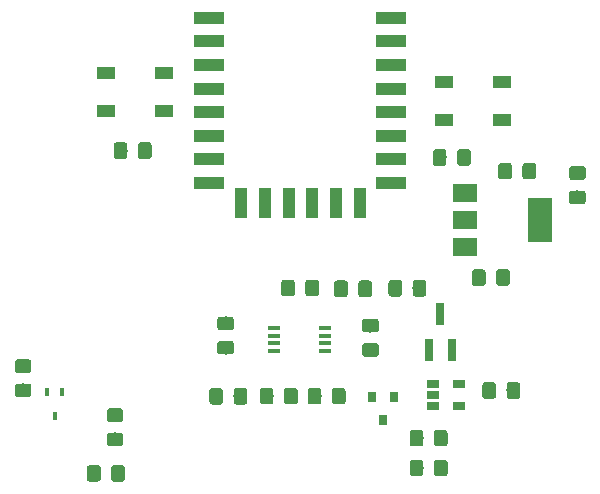
<source format=gbr>
G04 #@! TF.GenerationSoftware,KiCad,Pcbnew,5.0.2-bee76a0~70~ubuntu18.04.1*
G04 #@! TF.CreationDate,2019-03-30T14:25:07+01:00*
G04 #@! TF.ProjectId,jarwis,6a617277-6973-42e6-9b69-6361645f7063,rev?*
G04 #@! TF.SameCoordinates,Original*
G04 #@! TF.FileFunction,Paste,Bot*
G04 #@! TF.FilePolarity,Positive*
%FSLAX46Y46*%
G04 Gerber Fmt 4.6, Leading zero omitted, Abs format (unit mm)*
G04 Created by KiCad (PCBNEW 5.0.2-bee76a0~70~ubuntu18.04.1) date sáb 30 mar 2019 14:25:07 CET*
%MOMM*%
%LPD*%
G01*
G04 APERTURE LIST*
%ADD10C,0.100000*%
%ADD11C,1.150000*%
%ADD12R,1.500000X1.000000*%
%ADD13R,0.450000X0.700000*%
%ADD14R,0.800000X0.900000*%
%ADD15R,0.800000X1.900000*%
%ADD16R,2.000000X3.800000*%
%ADD17R,2.000000X1.500000*%
%ADD18R,1.060000X0.650000*%
%ADD19R,2.500000X1.100000*%
%ADD20R,1.100000X2.500000*%
%ADD21R,1.100000X0.400000*%
G04 APERTURE END LIST*
D10*
G04 #@! TO.C,C101*
G36*
X166190025Y-84431844D02*
X166214293Y-84435444D01*
X166238092Y-84441405D01*
X166261191Y-84449670D01*
X166283370Y-84460160D01*
X166304413Y-84472772D01*
X166324119Y-84487387D01*
X166342297Y-84503863D01*
X166358773Y-84522041D01*
X166373388Y-84541747D01*
X166386000Y-84562790D01*
X166396490Y-84584969D01*
X166404755Y-84608068D01*
X166410716Y-84631867D01*
X166414316Y-84656135D01*
X166415520Y-84680639D01*
X166415520Y-85580641D01*
X166414316Y-85605145D01*
X166410716Y-85629413D01*
X166404755Y-85653212D01*
X166396490Y-85676311D01*
X166386000Y-85698490D01*
X166373388Y-85719533D01*
X166358773Y-85739239D01*
X166342297Y-85757417D01*
X166324119Y-85773893D01*
X166304413Y-85788508D01*
X166283370Y-85801120D01*
X166261191Y-85811610D01*
X166238092Y-85819875D01*
X166214293Y-85825836D01*
X166190025Y-85829436D01*
X166165521Y-85830640D01*
X165515519Y-85830640D01*
X165491015Y-85829436D01*
X165466747Y-85825836D01*
X165442948Y-85819875D01*
X165419849Y-85811610D01*
X165397670Y-85801120D01*
X165376627Y-85788508D01*
X165356921Y-85773893D01*
X165338743Y-85757417D01*
X165322267Y-85739239D01*
X165307652Y-85719533D01*
X165295040Y-85698490D01*
X165284550Y-85676311D01*
X165276285Y-85653212D01*
X165270324Y-85629413D01*
X165266724Y-85605145D01*
X165265520Y-85580641D01*
X165265520Y-84680639D01*
X165266724Y-84656135D01*
X165270324Y-84631867D01*
X165276285Y-84608068D01*
X165284550Y-84584969D01*
X165295040Y-84562790D01*
X165307652Y-84541747D01*
X165322267Y-84522041D01*
X165338743Y-84503863D01*
X165356921Y-84487387D01*
X165376627Y-84472772D01*
X165397670Y-84460160D01*
X165419849Y-84449670D01*
X165442948Y-84441405D01*
X165466747Y-84435444D01*
X165491015Y-84431844D01*
X165515519Y-84430640D01*
X166165521Y-84430640D01*
X166190025Y-84431844D01*
X166190025Y-84431844D01*
G37*
D11*
X165840520Y-85130640D03*
D10*
G36*
X164140025Y-84431844D02*
X164164293Y-84435444D01*
X164188092Y-84441405D01*
X164211191Y-84449670D01*
X164233370Y-84460160D01*
X164254413Y-84472772D01*
X164274119Y-84487387D01*
X164292297Y-84503863D01*
X164308773Y-84522041D01*
X164323388Y-84541747D01*
X164336000Y-84562790D01*
X164346490Y-84584969D01*
X164354755Y-84608068D01*
X164360716Y-84631867D01*
X164364316Y-84656135D01*
X164365520Y-84680639D01*
X164365520Y-85580641D01*
X164364316Y-85605145D01*
X164360716Y-85629413D01*
X164354755Y-85653212D01*
X164346490Y-85676311D01*
X164336000Y-85698490D01*
X164323388Y-85719533D01*
X164308773Y-85739239D01*
X164292297Y-85757417D01*
X164274119Y-85773893D01*
X164254413Y-85788508D01*
X164233370Y-85801120D01*
X164211191Y-85811610D01*
X164188092Y-85819875D01*
X164164293Y-85825836D01*
X164140025Y-85829436D01*
X164115521Y-85830640D01*
X163465519Y-85830640D01*
X163441015Y-85829436D01*
X163416747Y-85825836D01*
X163392948Y-85819875D01*
X163369849Y-85811610D01*
X163347670Y-85801120D01*
X163326627Y-85788508D01*
X163306921Y-85773893D01*
X163288743Y-85757417D01*
X163272267Y-85739239D01*
X163257652Y-85719533D01*
X163245040Y-85698490D01*
X163234550Y-85676311D01*
X163226285Y-85653212D01*
X163220324Y-85629413D01*
X163216724Y-85605145D01*
X163215520Y-85580641D01*
X163215520Y-84680639D01*
X163216724Y-84656135D01*
X163220324Y-84631867D01*
X163226285Y-84608068D01*
X163234550Y-84584969D01*
X163245040Y-84562790D01*
X163257652Y-84541747D01*
X163272267Y-84522041D01*
X163288743Y-84503863D01*
X163306921Y-84487387D01*
X163326627Y-84472772D01*
X163347670Y-84460160D01*
X163369849Y-84449670D01*
X163392948Y-84441405D01*
X163416747Y-84435444D01*
X163441015Y-84431844D01*
X163465519Y-84430640D01*
X164115521Y-84430640D01*
X164140025Y-84431844D01*
X164140025Y-84431844D01*
G37*
D11*
X163790520Y-85130640D03*
G04 #@! TD*
D10*
G04 #@! TO.C,C102*
G36*
X170395425Y-86770564D02*
X170419693Y-86774164D01*
X170443492Y-86780125D01*
X170466591Y-86788390D01*
X170488770Y-86798880D01*
X170509813Y-86811492D01*
X170529519Y-86826107D01*
X170547697Y-86842583D01*
X170564173Y-86860761D01*
X170578788Y-86880467D01*
X170591400Y-86901510D01*
X170601890Y-86923689D01*
X170610155Y-86946788D01*
X170616116Y-86970587D01*
X170619716Y-86994855D01*
X170620920Y-87019359D01*
X170620920Y-87669361D01*
X170619716Y-87693865D01*
X170616116Y-87718133D01*
X170610155Y-87741932D01*
X170601890Y-87765031D01*
X170591400Y-87787210D01*
X170578788Y-87808253D01*
X170564173Y-87827959D01*
X170547697Y-87846137D01*
X170529519Y-87862613D01*
X170509813Y-87877228D01*
X170488770Y-87889840D01*
X170466591Y-87900330D01*
X170443492Y-87908595D01*
X170419693Y-87914556D01*
X170395425Y-87918156D01*
X170370921Y-87919360D01*
X169470919Y-87919360D01*
X169446415Y-87918156D01*
X169422147Y-87914556D01*
X169398348Y-87908595D01*
X169375249Y-87900330D01*
X169353070Y-87889840D01*
X169332027Y-87877228D01*
X169312321Y-87862613D01*
X169294143Y-87846137D01*
X169277667Y-87827959D01*
X169263052Y-87808253D01*
X169250440Y-87787210D01*
X169239950Y-87765031D01*
X169231685Y-87741932D01*
X169225724Y-87718133D01*
X169222124Y-87693865D01*
X169220920Y-87669361D01*
X169220920Y-87019359D01*
X169222124Y-86994855D01*
X169225724Y-86970587D01*
X169231685Y-86946788D01*
X169239950Y-86923689D01*
X169250440Y-86901510D01*
X169263052Y-86880467D01*
X169277667Y-86860761D01*
X169294143Y-86842583D01*
X169312321Y-86826107D01*
X169332027Y-86811492D01*
X169353070Y-86798880D01*
X169375249Y-86788390D01*
X169398348Y-86780125D01*
X169422147Y-86774164D01*
X169446415Y-86770564D01*
X169470919Y-86769360D01*
X170370921Y-86769360D01*
X170395425Y-86770564D01*
X170395425Y-86770564D01*
G37*
D11*
X169920920Y-87344360D03*
D10*
G36*
X170395425Y-84720564D02*
X170419693Y-84724164D01*
X170443492Y-84730125D01*
X170466591Y-84738390D01*
X170488770Y-84748880D01*
X170509813Y-84761492D01*
X170529519Y-84776107D01*
X170547697Y-84792583D01*
X170564173Y-84810761D01*
X170578788Y-84830467D01*
X170591400Y-84851510D01*
X170601890Y-84873689D01*
X170610155Y-84896788D01*
X170616116Y-84920587D01*
X170619716Y-84944855D01*
X170620920Y-84969359D01*
X170620920Y-85619361D01*
X170619716Y-85643865D01*
X170616116Y-85668133D01*
X170610155Y-85691932D01*
X170601890Y-85715031D01*
X170591400Y-85737210D01*
X170578788Y-85758253D01*
X170564173Y-85777959D01*
X170547697Y-85796137D01*
X170529519Y-85812613D01*
X170509813Y-85827228D01*
X170488770Y-85839840D01*
X170466591Y-85850330D01*
X170443492Y-85858595D01*
X170419693Y-85864556D01*
X170395425Y-85868156D01*
X170370921Y-85869360D01*
X169470919Y-85869360D01*
X169446415Y-85868156D01*
X169422147Y-85864556D01*
X169398348Y-85858595D01*
X169375249Y-85850330D01*
X169353070Y-85839840D01*
X169332027Y-85827228D01*
X169312321Y-85812613D01*
X169294143Y-85796137D01*
X169277667Y-85777959D01*
X169263052Y-85758253D01*
X169250440Y-85737210D01*
X169239950Y-85715031D01*
X169231685Y-85691932D01*
X169225724Y-85668133D01*
X169222124Y-85643865D01*
X169220920Y-85619361D01*
X169220920Y-84969359D01*
X169222124Y-84944855D01*
X169225724Y-84920587D01*
X169231685Y-84896788D01*
X169239950Y-84873689D01*
X169250440Y-84851510D01*
X169263052Y-84830467D01*
X169277667Y-84810761D01*
X169294143Y-84792583D01*
X169312321Y-84776107D01*
X169332027Y-84761492D01*
X169353070Y-84748880D01*
X169375249Y-84738390D01*
X169398348Y-84730125D01*
X169422147Y-84724164D01*
X169446415Y-84720564D01*
X169470919Y-84719360D01*
X170370921Y-84719360D01*
X170395425Y-84720564D01*
X170395425Y-84720564D01*
G37*
D11*
X169920920Y-85294360D03*
G04 #@! TD*
D10*
G04 #@! TO.C,C103*
G36*
X163967525Y-93438684D02*
X163991793Y-93442284D01*
X164015592Y-93448245D01*
X164038691Y-93456510D01*
X164060870Y-93467000D01*
X164081913Y-93479612D01*
X164101619Y-93494227D01*
X164119797Y-93510703D01*
X164136273Y-93528881D01*
X164150888Y-93548587D01*
X164163500Y-93569630D01*
X164173990Y-93591809D01*
X164182255Y-93614908D01*
X164188216Y-93638707D01*
X164191816Y-93662975D01*
X164193020Y-93687479D01*
X164193020Y-94587481D01*
X164191816Y-94611985D01*
X164188216Y-94636253D01*
X164182255Y-94660052D01*
X164173990Y-94683151D01*
X164163500Y-94705330D01*
X164150888Y-94726373D01*
X164136273Y-94746079D01*
X164119797Y-94764257D01*
X164101619Y-94780733D01*
X164081913Y-94795348D01*
X164060870Y-94807960D01*
X164038691Y-94818450D01*
X164015592Y-94826715D01*
X163991793Y-94832676D01*
X163967525Y-94836276D01*
X163943021Y-94837480D01*
X163293019Y-94837480D01*
X163268515Y-94836276D01*
X163244247Y-94832676D01*
X163220448Y-94826715D01*
X163197349Y-94818450D01*
X163175170Y-94807960D01*
X163154127Y-94795348D01*
X163134421Y-94780733D01*
X163116243Y-94764257D01*
X163099767Y-94746079D01*
X163085152Y-94726373D01*
X163072540Y-94705330D01*
X163062050Y-94683151D01*
X163053785Y-94660052D01*
X163047824Y-94636253D01*
X163044224Y-94611985D01*
X163043020Y-94587481D01*
X163043020Y-93687479D01*
X163044224Y-93662975D01*
X163047824Y-93638707D01*
X163053785Y-93614908D01*
X163062050Y-93591809D01*
X163072540Y-93569630D01*
X163085152Y-93548587D01*
X163099767Y-93528881D01*
X163116243Y-93510703D01*
X163134421Y-93494227D01*
X163154127Y-93479612D01*
X163175170Y-93467000D01*
X163197349Y-93456510D01*
X163220448Y-93448245D01*
X163244247Y-93442284D01*
X163268515Y-93438684D01*
X163293019Y-93437480D01*
X163943021Y-93437480D01*
X163967525Y-93438684D01*
X163967525Y-93438684D01*
G37*
D11*
X163618020Y-94137480D03*
D10*
G36*
X161917525Y-93438684D02*
X161941793Y-93442284D01*
X161965592Y-93448245D01*
X161988691Y-93456510D01*
X162010870Y-93467000D01*
X162031913Y-93479612D01*
X162051619Y-93494227D01*
X162069797Y-93510703D01*
X162086273Y-93528881D01*
X162100888Y-93548587D01*
X162113500Y-93569630D01*
X162123990Y-93591809D01*
X162132255Y-93614908D01*
X162138216Y-93638707D01*
X162141816Y-93662975D01*
X162143020Y-93687479D01*
X162143020Y-94587481D01*
X162141816Y-94611985D01*
X162138216Y-94636253D01*
X162132255Y-94660052D01*
X162123990Y-94683151D01*
X162113500Y-94705330D01*
X162100888Y-94726373D01*
X162086273Y-94746079D01*
X162069797Y-94764257D01*
X162051619Y-94780733D01*
X162031913Y-94795348D01*
X162010870Y-94807960D01*
X161988691Y-94818450D01*
X161965592Y-94826715D01*
X161941793Y-94832676D01*
X161917525Y-94836276D01*
X161893021Y-94837480D01*
X161243019Y-94837480D01*
X161218515Y-94836276D01*
X161194247Y-94832676D01*
X161170448Y-94826715D01*
X161147349Y-94818450D01*
X161125170Y-94807960D01*
X161104127Y-94795348D01*
X161084421Y-94780733D01*
X161066243Y-94764257D01*
X161049767Y-94746079D01*
X161035152Y-94726373D01*
X161022540Y-94705330D01*
X161012050Y-94683151D01*
X161003785Y-94660052D01*
X160997824Y-94636253D01*
X160994224Y-94611985D01*
X160993020Y-94587481D01*
X160993020Y-93687479D01*
X160994224Y-93662975D01*
X160997824Y-93638707D01*
X161003785Y-93614908D01*
X161012050Y-93591809D01*
X161022540Y-93569630D01*
X161035152Y-93548587D01*
X161049767Y-93528881D01*
X161066243Y-93510703D01*
X161084421Y-93494227D01*
X161104127Y-93479612D01*
X161125170Y-93467000D01*
X161147349Y-93456510D01*
X161170448Y-93448245D01*
X161194247Y-93442284D01*
X161218515Y-93438684D01*
X161243019Y-93437480D01*
X161893021Y-93437480D01*
X161917525Y-93438684D01*
X161917525Y-93438684D01*
G37*
D11*
X161568020Y-94137480D03*
G04 #@! TD*
D10*
G04 #@! TO.C,C107*
G36*
X133641085Y-82686864D02*
X133665353Y-82690464D01*
X133689152Y-82696425D01*
X133712251Y-82704690D01*
X133734430Y-82715180D01*
X133755473Y-82727792D01*
X133775179Y-82742407D01*
X133793357Y-82758883D01*
X133809833Y-82777061D01*
X133824448Y-82796767D01*
X133837060Y-82817810D01*
X133847550Y-82839989D01*
X133855815Y-82863088D01*
X133861776Y-82886887D01*
X133865376Y-82911155D01*
X133866580Y-82935659D01*
X133866580Y-83835661D01*
X133865376Y-83860165D01*
X133861776Y-83884433D01*
X133855815Y-83908232D01*
X133847550Y-83931331D01*
X133837060Y-83953510D01*
X133824448Y-83974553D01*
X133809833Y-83994259D01*
X133793357Y-84012437D01*
X133775179Y-84028913D01*
X133755473Y-84043528D01*
X133734430Y-84056140D01*
X133712251Y-84066630D01*
X133689152Y-84074895D01*
X133665353Y-84080856D01*
X133641085Y-84084456D01*
X133616581Y-84085660D01*
X132966579Y-84085660D01*
X132942075Y-84084456D01*
X132917807Y-84080856D01*
X132894008Y-84074895D01*
X132870909Y-84066630D01*
X132848730Y-84056140D01*
X132827687Y-84043528D01*
X132807981Y-84028913D01*
X132789803Y-84012437D01*
X132773327Y-83994259D01*
X132758712Y-83974553D01*
X132746100Y-83953510D01*
X132735610Y-83931331D01*
X132727345Y-83908232D01*
X132721384Y-83884433D01*
X132717784Y-83860165D01*
X132716580Y-83835661D01*
X132716580Y-82935659D01*
X132717784Y-82911155D01*
X132721384Y-82886887D01*
X132727345Y-82863088D01*
X132735610Y-82839989D01*
X132746100Y-82817810D01*
X132758712Y-82796767D01*
X132773327Y-82777061D01*
X132789803Y-82758883D01*
X132807981Y-82742407D01*
X132827687Y-82727792D01*
X132848730Y-82715180D01*
X132870909Y-82704690D01*
X132894008Y-82696425D01*
X132917807Y-82690464D01*
X132942075Y-82686864D01*
X132966579Y-82685660D01*
X133616581Y-82685660D01*
X133641085Y-82686864D01*
X133641085Y-82686864D01*
G37*
D11*
X133291580Y-83385660D03*
D10*
G36*
X131591085Y-82686864D02*
X131615353Y-82690464D01*
X131639152Y-82696425D01*
X131662251Y-82704690D01*
X131684430Y-82715180D01*
X131705473Y-82727792D01*
X131725179Y-82742407D01*
X131743357Y-82758883D01*
X131759833Y-82777061D01*
X131774448Y-82796767D01*
X131787060Y-82817810D01*
X131797550Y-82839989D01*
X131805815Y-82863088D01*
X131811776Y-82886887D01*
X131815376Y-82911155D01*
X131816580Y-82935659D01*
X131816580Y-83835661D01*
X131815376Y-83860165D01*
X131811776Y-83884433D01*
X131805815Y-83908232D01*
X131797550Y-83931331D01*
X131787060Y-83953510D01*
X131774448Y-83974553D01*
X131759833Y-83994259D01*
X131743357Y-84012437D01*
X131725179Y-84028913D01*
X131705473Y-84043528D01*
X131684430Y-84056140D01*
X131662251Y-84066630D01*
X131639152Y-84074895D01*
X131615353Y-84080856D01*
X131591085Y-84084456D01*
X131566581Y-84085660D01*
X130916579Y-84085660D01*
X130892075Y-84084456D01*
X130867807Y-84080856D01*
X130844008Y-84074895D01*
X130820909Y-84066630D01*
X130798730Y-84056140D01*
X130777687Y-84043528D01*
X130757981Y-84028913D01*
X130739803Y-84012437D01*
X130723327Y-83994259D01*
X130708712Y-83974553D01*
X130696100Y-83953510D01*
X130685610Y-83931331D01*
X130677345Y-83908232D01*
X130671384Y-83884433D01*
X130667784Y-83860165D01*
X130666580Y-83835661D01*
X130666580Y-82935659D01*
X130667784Y-82911155D01*
X130671384Y-82886887D01*
X130677345Y-82863088D01*
X130685610Y-82839989D01*
X130696100Y-82817810D01*
X130708712Y-82796767D01*
X130723327Y-82777061D01*
X130739803Y-82758883D01*
X130757981Y-82742407D01*
X130777687Y-82727792D01*
X130798730Y-82715180D01*
X130820909Y-82704690D01*
X130844008Y-82696425D01*
X130867807Y-82690464D01*
X130892075Y-82686864D01*
X130916579Y-82685660D01*
X131566581Y-82685660D01*
X131591085Y-82686864D01*
X131591085Y-82686864D01*
G37*
D11*
X131241580Y-83385660D03*
G04 #@! TD*
D10*
G04 #@! TO.C,D101*
G36*
X131233705Y-105215824D02*
X131257973Y-105219424D01*
X131281772Y-105225385D01*
X131304871Y-105233650D01*
X131327050Y-105244140D01*
X131348093Y-105256752D01*
X131367799Y-105271367D01*
X131385977Y-105287843D01*
X131402453Y-105306021D01*
X131417068Y-105325727D01*
X131429680Y-105346770D01*
X131440170Y-105368949D01*
X131448435Y-105392048D01*
X131454396Y-105415847D01*
X131457996Y-105440115D01*
X131459200Y-105464619D01*
X131459200Y-106114621D01*
X131457996Y-106139125D01*
X131454396Y-106163393D01*
X131448435Y-106187192D01*
X131440170Y-106210291D01*
X131429680Y-106232470D01*
X131417068Y-106253513D01*
X131402453Y-106273219D01*
X131385977Y-106291397D01*
X131367799Y-106307873D01*
X131348093Y-106322488D01*
X131327050Y-106335100D01*
X131304871Y-106345590D01*
X131281772Y-106353855D01*
X131257973Y-106359816D01*
X131233705Y-106363416D01*
X131209201Y-106364620D01*
X130309199Y-106364620D01*
X130284695Y-106363416D01*
X130260427Y-106359816D01*
X130236628Y-106353855D01*
X130213529Y-106345590D01*
X130191350Y-106335100D01*
X130170307Y-106322488D01*
X130150601Y-106307873D01*
X130132423Y-106291397D01*
X130115947Y-106273219D01*
X130101332Y-106253513D01*
X130088720Y-106232470D01*
X130078230Y-106210291D01*
X130069965Y-106187192D01*
X130064004Y-106163393D01*
X130060404Y-106139125D01*
X130059200Y-106114621D01*
X130059200Y-105464619D01*
X130060404Y-105440115D01*
X130064004Y-105415847D01*
X130069965Y-105392048D01*
X130078230Y-105368949D01*
X130088720Y-105346770D01*
X130101332Y-105325727D01*
X130115947Y-105306021D01*
X130132423Y-105287843D01*
X130150601Y-105271367D01*
X130170307Y-105256752D01*
X130191350Y-105244140D01*
X130213529Y-105233650D01*
X130236628Y-105225385D01*
X130260427Y-105219424D01*
X130284695Y-105215824D01*
X130309199Y-105214620D01*
X131209201Y-105214620D01*
X131233705Y-105215824D01*
X131233705Y-105215824D01*
G37*
D11*
X130759200Y-105789620D03*
D10*
G36*
X131233705Y-107265824D02*
X131257973Y-107269424D01*
X131281772Y-107275385D01*
X131304871Y-107283650D01*
X131327050Y-107294140D01*
X131348093Y-107306752D01*
X131367799Y-107321367D01*
X131385977Y-107337843D01*
X131402453Y-107356021D01*
X131417068Y-107375727D01*
X131429680Y-107396770D01*
X131440170Y-107418949D01*
X131448435Y-107442048D01*
X131454396Y-107465847D01*
X131457996Y-107490115D01*
X131459200Y-107514619D01*
X131459200Y-108164621D01*
X131457996Y-108189125D01*
X131454396Y-108213393D01*
X131448435Y-108237192D01*
X131440170Y-108260291D01*
X131429680Y-108282470D01*
X131417068Y-108303513D01*
X131402453Y-108323219D01*
X131385977Y-108341397D01*
X131367799Y-108357873D01*
X131348093Y-108372488D01*
X131327050Y-108385100D01*
X131304871Y-108395590D01*
X131281772Y-108403855D01*
X131257973Y-108409816D01*
X131233705Y-108413416D01*
X131209201Y-108414620D01*
X130309199Y-108414620D01*
X130284695Y-108413416D01*
X130260427Y-108409816D01*
X130236628Y-108403855D01*
X130213529Y-108395590D01*
X130191350Y-108385100D01*
X130170307Y-108372488D01*
X130150601Y-108357873D01*
X130132423Y-108341397D01*
X130115947Y-108323219D01*
X130101332Y-108303513D01*
X130088720Y-108282470D01*
X130078230Y-108260291D01*
X130069965Y-108237192D01*
X130064004Y-108213393D01*
X130060404Y-108189125D01*
X130059200Y-108164621D01*
X130059200Y-107514619D01*
X130060404Y-107490115D01*
X130064004Y-107465847D01*
X130069965Y-107442048D01*
X130078230Y-107418949D01*
X130088720Y-107396770D01*
X130101332Y-107375727D01*
X130115947Y-107356021D01*
X130132423Y-107337843D01*
X130150601Y-107321367D01*
X130170307Y-107306752D01*
X130191350Y-107294140D01*
X130213529Y-107283650D01*
X130236628Y-107275385D01*
X130260427Y-107269424D01*
X130284695Y-107265824D01*
X130309199Y-107264620D01*
X131209201Y-107264620D01*
X131233705Y-107265824D01*
X131233705Y-107265824D01*
G37*
D11*
X130759200Y-107839620D03*
G04 #@! TD*
D10*
G04 #@! TO.C,D103*
G36*
X143957185Y-103479304D02*
X143981453Y-103482904D01*
X144005252Y-103488865D01*
X144028351Y-103497130D01*
X144050530Y-103507620D01*
X144071573Y-103520232D01*
X144091279Y-103534847D01*
X144109457Y-103551323D01*
X144125933Y-103569501D01*
X144140548Y-103589207D01*
X144153160Y-103610250D01*
X144163650Y-103632429D01*
X144171915Y-103655528D01*
X144177876Y-103679327D01*
X144181476Y-103703595D01*
X144182680Y-103728099D01*
X144182680Y-104628101D01*
X144181476Y-104652605D01*
X144177876Y-104676873D01*
X144171915Y-104700672D01*
X144163650Y-104723771D01*
X144153160Y-104745950D01*
X144140548Y-104766993D01*
X144125933Y-104786699D01*
X144109457Y-104804877D01*
X144091279Y-104821353D01*
X144071573Y-104835968D01*
X144050530Y-104848580D01*
X144028351Y-104859070D01*
X144005252Y-104867335D01*
X143981453Y-104873296D01*
X143957185Y-104876896D01*
X143932681Y-104878100D01*
X143282679Y-104878100D01*
X143258175Y-104876896D01*
X143233907Y-104873296D01*
X143210108Y-104867335D01*
X143187009Y-104859070D01*
X143164830Y-104848580D01*
X143143787Y-104835968D01*
X143124081Y-104821353D01*
X143105903Y-104804877D01*
X143089427Y-104786699D01*
X143074812Y-104766993D01*
X143062200Y-104745950D01*
X143051710Y-104723771D01*
X143043445Y-104700672D01*
X143037484Y-104676873D01*
X143033884Y-104652605D01*
X143032680Y-104628101D01*
X143032680Y-103728099D01*
X143033884Y-103703595D01*
X143037484Y-103679327D01*
X143043445Y-103655528D01*
X143051710Y-103632429D01*
X143062200Y-103610250D01*
X143074812Y-103589207D01*
X143089427Y-103569501D01*
X143105903Y-103551323D01*
X143124081Y-103534847D01*
X143143787Y-103520232D01*
X143164830Y-103507620D01*
X143187009Y-103497130D01*
X143210108Y-103488865D01*
X143233907Y-103482904D01*
X143258175Y-103479304D01*
X143282679Y-103478100D01*
X143932681Y-103478100D01*
X143957185Y-103479304D01*
X143957185Y-103479304D01*
G37*
D11*
X143607680Y-104178100D03*
D10*
G36*
X146007185Y-103479304D02*
X146031453Y-103482904D01*
X146055252Y-103488865D01*
X146078351Y-103497130D01*
X146100530Y-103507620D01*
X146121573Y-103520232D01*
X146141279Y-103534847D01*
X146159457Y-103551323D01*
X146175933Y-103569501D01*
X146190548Y-103589207D01*
X146203160Y-103610250D01*
X146213650Y-103632429D01*
X146221915Y-103655528D01*
X146227876Y-103679327D01*
X146231476Y-103703595D01*
X146232680Y-103728099D01*
X146232680Y-104628101D01*
X146231476Y-104652605D01*
X146227876Y-104676873D01*
X146221915Y-104700672D01*
X146213650Y-104723771D01*
X146203160Y-104745950D01*
X146190548Y-104766993D01*
X146175933Y-104786699D01*
X146159457Y-104804877D01*
X146141279Y-104821353D01*
X146121573Y-104835968D01*
X146100530Y-104848580D01*
X146078351Y-104859070D01*
X146055252Y-104867335D01*
X146031453Y-104873296D01*
X146007185Y-104876896D01*
X145982681Y-104878100D01*
X145332679Y-104878100D01*
X145308175Y-104876896D01*
X145283907Y-104873296D01*
X145260108Y-104867335D01*
X145237009Y-104859070D01*
X145214830Y-104848580D01*
X145193787Y-104835968D01*
X145174081Y-104821353D01*
X145155903Y-104804877D01*
X145139427Y-104786699D01*
X145124812Y-104766993D01*
X145112200Y-104745950D01*
X145101710Y-104723771D01*
X145093445Y-104700672D01*
X145087484Y-104676873D01*
X145083884Y-104652605D01*
X145082680Y-104628101D01*
X145082680Y-103728099D01*
X145083884Y-103703595D01*
X145087484Y-103679327D01*
X145093445Y-103655528D01*
X145101710Y-103632429D01*
X145112200Y-103610250D01*
X145124812Y-103589207D01*
X145139427Y-103569501D01*
X145155903Y-103551323D01*
X145174081Y-103534847D01*
X145193787Y-103520232D01*
X145214830Y-103507620D01*
X145237009Y-103497130D01*
X145260108Y-103488865D01*
X145283907Y-103482904D01*
X145308175Y-103479304D01*
X145332679Y-103478100D01*
X145982681Y-103478100D01*
X146007185Y-103479304D01*
X146007185Y-103479304D01*
G37*
D11*
X145657680Y-104178100D03*
G04 #@! TD*
D10*
G04 #@! TO.C,D104*
G36*
X154845005Y-94340384D02*
X154869273Y-94343984D01*
X154893072Y-94349945D01*
X154916171Y-94358210D01*
X154938350Y-94368700D01*
X154959393Y-94381312D01*
X154979099Y-94395927D01*
X154997277Y-94412403D01*
X155013753Y-94430581D01*
X155028368Y-94450287D01*
X155040980Y-94471330D01*
X155051470Y-94493509D01*
X155059735Y-94516608D01*
X155065696Y-94540407D01*
X155069296Y-94564675D01*
X155070500Y-94589179D01*
X155070500Y-95489181D01*
X155069296Y-95513685D01*
X155065696Y-95537953D01*
X155059735Y-95561752D01*
X155051470Y-95584851D01*
X155040980Y-95607030D01*
X155028368Y-95628073D01*
X155013753Y-95647779D01*
X154997277Y-95665957D01*
X154979099Y-95682433D01*
X154959393Y-95697048D01*
X154938350Y-95709660D01*
X154916171Y-95720150D01*
X154893072Y-95728415D01*
X154869273Y-95734376D01*
X154845005Y-95737976D01*
X154820501Y-95739180D01*
X154170499Y-95739180D01*
X154145995Y-95737976D01*
X154121727Y-95734376D01*
X154097928Y-95728415D01*
X154074829Y-95720150D01*
X154052650Y-95709660D01*
X154031607Y-95697048D01*
X154011901Y-95682433D01*
X153993723Y-95665957D01*
X153977247Y-95647779D01*
X153962632Y-95628073D01*
X153950020Y-95607030D01*
X153939530Y-95584851D01*
X153931265Y-95561752D01*
X153925304Y-95537953D01*
X153921704Y-95513685D01*
X153920500Y-95489181D01*
X153920500Y-94589179D01*
X153921704Y-94564675D01*
X153925304Y-94540407D01*
X153931265Y-94516608D01*
X153939530Y-94493509D01*
X153950020Y-94471330D01*
X153962632Y-94450287D01*
X153977247Y-94430581D01*
X153993723Y-94412403D01*
X154011901Y-94395927D01*
X154031607Y-94381312D01*
X154052650Y-94368700D01*
X154074829Y-94358210D01*
X154097928Y-94349945D01*
X154121727Y-94343984D01*
X154145995Y-94340384D01*
X154170499Y-94339180D01*
X154820501Y-94339180D01*
X154845005Y-94340384D01*
X154845005Y-94340384D01*
G37*
D11*
X154495500Y-95039180D03*
D10*
G36*
X156895005Y-94340384D02*
X156919273Y-94343984D01*
X156943072Y-94349945D01*
X156966171Y-94358210D01*
X156988350Y-94368700D01*
X157009393Y-94381312D01*
X157029099Y-94395927D01*
X157047277Y-94412403D01*
X157063753Y-94430581D01*
X157078368Y-94450287D01*
X157090980Y-94471330D01*
X157101470Y-94493509D01*
X157109735Y-94516608D01*
X157115696Y-94540407D01*
X157119296Y-94564675D01*
X157120500Y-94589179D01*
X157120500Y-95489181D01*
X157119296Y-95513685D01*
X157115696Y-95537953D01*
X157109735Y-95561752D01*
X157101470Y-95584851D01*
X157090980Y-95607030D01*
X157078368Y-95628073D01*
X157063753Y-95647779D01*
X157047277Y-95665957D01*
X157029099Y-95682433D01*
X157009393Y-95697048D01*
X156988350Y-95709660D01*
X156966171Y-95720150D01*
X156943072Y-95728415D01*
X156919273Y-95734376D01*
X156895005Y-95737976D01*
X156870501Y-95739180D01*
X156220499Y-95739180D01*
X156195995Y-95737976D01*
X156171727Y-95734376D01*
X156147928Y-95728415D01*
X156124829Y-95720150D01*
X156102650Y-95709660D01*
X156081607Y-95697048D01*
X156061901Y-95682433D01*
X156043723Y-95665957D01*
X156027247Y-95647779D01*
X156012632Y-95628073D01*
X156000020Y-95607030D01*
X155989530Y-95584851D01*
X155981265Y-95561752D01*
X155975304Y-95537953D01*
X155971704Y-95513685D01*
X155970500Y-95489181D01*
X155970500Y-94589179D01*
X155971704Y-94564675D01*
X155975304Y-94540407D01*
X155981265Y-94516608D01*
X155989530Y-94493509D01*
X156000020Y-94471330D01*
X156012632Y-94450287D01*
X156027247Y-94430581D01*
X156043723Y-94412403D01*
X156061901Y-94395927D01*
X156081607Y-94381312D01*
X156102650Y-94368700D01*
X156124829Y-94358210D01*
X156147928Y-94349945D01*
X156171727Y-94343984D01*
X156195995Y-94340384D01*
X156220499Y-94339180D01*
X156870501Y-94339180D01*
X156895005Y-94340384D01*
X156895005Y-94340384D01*
G37*
D11*
X156545500Y-95039180D03*
G04 #@! TD*
D10*
G04 #@! TO.C,D105*
G36*
X156647025Y-109565144D02*
X156671293Y-109568744D01*
X156695092Y-109574705D01*
X156718191Y-109582970D01*
X156740370Y-109593460D01*
X156761413Y-109606072D01*
X156781119Y-109620687D01*
X156799297Y-109637163D01*
X156815773Y-109655341D01*
X156830388Y-109675047D01*
X156843000Y-109696090D01*
X156853490Y-109718269D01*
X156861755Y-109741368D01*
X156867716Y-109765167D01*
X156871316Y-109789435D01*
X156872520Y-109813939D01*
X156872520Y-110713941D01*
X156871316Y-110738445D01*
X156867716Y-110762713D01*
X156861755Y-110786512D01*
X156853490Y-110809611D01*
X156843000Y-110831790D01*
X156830388Y-110852833D01*
X156815773Y-110872539D01*
X156799297Y-110890717D01*
X156781119Y-110907193D01*
X156761413Y-110921808D01*
X156740370Y-110934420D01*
X156718191Y-110944910D01*
X156695092Y-110953175D01*
X156671293Y-110959136D01*
X156647025Y-110962736D01*
X156622521Y-110963940D01*
X155972519Y-110963940D01*
X155948015Y-110962736D01*
X155923747Y-110959136D01*
X155899948Y-110953175D01*
X155876849Y-110944910D01*
X155854670Y-110934420D01*
X155833627Y-110921808D01*
X155813921Y-110907193D01*
X155795743Y-110890717D01*
X155779267Y-110872539D01*
X155764652Y-110852833D01*
X155752040Y-110831790D01*
X155741550Y-110809611D01*
X155733285Y-110786512D01*
X155727324Y-110762713D01*
X155723724Y-110738445D01*
X155722520Y-110713941D01*
X155722520Y-109813939D01*
X155723724Y-109789435D01*
X155727324Y-109765167D01*
X155733285Y-109741368D01*
X155741550Y-109718269D01*
X155752040Y-109696090D01*
X155764652Y-109675047D01*
X155779267Y-109655341D01*
X155795743Y-109637163D01*
X155813921Y-109620687D01*
X155833627Y-109606072D01*
X155854670Y-109593460D01*
X155876849Y-109582970D01*
X155899948Y-109574705D01*
X155923747Y-109568744D01*
X155948015Y-109565144D01*
X155972519Y-109563940D01*
X156622521Y-109563940D01*
X156647025Y-109565144D01*
X156647025Y-109565144D01*
G37*
D11*
X156297520Y-110263940D03*
D10*
G36*
X158697025Y-109565144D02*
X158721293Y-109568744D01*
X158745092Y-109574705D01*
X158768191Y-109582970D01*
X158790370Y-109593460D01*
X158811413Y-109606072D01*
X158831119Y-109620687D01*
X158849297Y-109637163D01*
X158865773Y-109655341D01*
X158880388Y-109675047D01*
X158893000Y-109696090D01*
X158903490Y-109718269D01*
X158911755Y-109741368D01*
X158917716Y-109765167D01*
X158921316Y-109789435D01*
X158922520Y-109813939D01*
X158922520Y-110713941D01*
X158921316Y-110738445D01*
X158917716Y-110762713D01*
X158911755Y-110786512D01*
X158903490Y-110809611D01*
X158893000Y-110831790D01*
X158880388Y-110852833D01*
X158865773Y-110872539D01*
X158849297Y-110890717D01*
X158831119Y-110907193D01*
X158811413Y-110921808D01*
X158790370Y-110934420D01*
X158768191Y-110944910D01*
X158745092Y-110953175D01*
X158721293Y-110959136D01*
X158697025Y-110962736D01*
X158672521Y-110963940D01*
X158022519Y-110963940D01*
X157998015Y-110962736D01*
X157973747Y-110959136D01*
X157949948Y-110953175D01*
X157926849Y-110944910D01*
X157904670Y-110934420D01*
X157883627Y-110921808D01*
X157863921Y-110907193D01*
X157845743Y-110890717D01*
X157829267Y-110872539D01*
X157814652Y-110852833D01*
X157802040Y-110831790D01*
X157791550Y-110809611D01*
X157783285Y-110786512D01*
X157777324Y-110762713D01*
X157773724Y-110738445D01*
X157772520Y-110713941D01*
X157772520Y-109813939D01*
X157773724Y-109789435D01*
X157777324Y-109765167D01*
X157783285Y-109741368D01*
X157791550Y-109718269D01*
X157802040Y-109696090D01*
X157814652Y-109675047D01*
X157829267Y-109655341D01*
X157845743Y-109637163D01*
X157863921Y-109620687D01*
X157883627Y-109606072D01*
X157904670Y-109593460D01*
X157926849Y-109582970D01*
X157949948Y-109574705D01*
X157973747Y-109568744D01*
X157998015Y-109565144D01*
X158022519Y-109563940D01*
X158672521Y-109563940D01*
X158697025Y-109565144D01*
X158697025Y-109565144D01*
G37*
D11*
X158347520Y-110263940D03*
G04 #@! TD*
D12*
G04 #@! TO.C,D106*
X134900000Y-76800000D03*
X134900000Y-80000000D03*
X130000000Y-76800000D03*
X130000000Y-80000000D03*
G04 #@! TD*
G04 #@! TO.C,D107*
X158649500Y-80776880D03*
X158649500Y-77576880D03*
X163549500Y-80776880D03*
X163549500Y-77576880D03*
G04 #@! TD*
D13*
G04 #@! TO.C,Q101*
X125021580Y-103818180D03*
X126321580Y-103818180D03*
X125671580Y-105818180D03*
G04 #@! TD*
D14*
G04 #@! TO.C,Q102*
X152491400Y-104235500D03*
X154391400Y-104235500D03*
X153441400Y-106235500D03*
G04 #@! TD*
D15*
G04 #@! TO.C,Q103*
X159265660Y-100250120D03*
X157365660Y-100250120D03*
X158315660Y-97250120D03*
G04 #@! TD*
D10*
G04 #@! TO.C,R104*
G36*
X164851445Y-102994164D02*
X164875713Y-102997764D01*
X164899512Y-103003725D01*
X164922611Y-103011990D01*
X164944790Y-103022480D01*
X164965833Y-103035092D01*
X164985539Y-103049707D01*
X165003717Y-103066183D01*
X165020193Y-103084361D01*
X165034808Y-103104067D01*
X165047420Y-103125110D01*
X165057910Y-103147289D01*
X165066175Y-103170388D01*
X165072136Y-103194187D01*
X165075736Y-103218455D01*
X165076940Y-103242959D01*
X165076940Y-104142961D01*
X165075736Y-104167465D01*
X165072136Y-104191733D01*
X165066175Y-104215532D01*
X165057910Y-104238631D01*
X165047420Y-104260810D01*
X165034808Y-104281853D01*
X165020193Y-104301559D01*
X165003717Y-104319737D01*
X164985539Y-104336213D01*
X164965833Y-104350828D01*
X164944790Y-104363440D01*
X164922611Y-104373930D01*
X164899512Y-104382195D01*
X164875713Y-104388156D01*
X164851445Y-104391756D01*
X164826941Y-104392960D01*
X164176939Y-104392960D01*
X164152435Y-104391756D01*
X164128167Y-104388156D01*
X164104368Y-104382195D01*
X164081269Y-104373930D01*
X164059090Y-104363440D01*
X164038047Y-104350828D01*
X164018341Y-104336213D01*
X164000163Y-104319737D01*
X163983687Y-104301559D01*
X163969072Y-104281853D01*
X163956460Y-104260810D01*
X163945970Y-104238631D01*
X163937705Y-104215532D01*
X163931744Y-104191733D01*
X163928144Y-104167465D01*
X163926940Y-104142961D01*
X163926940Y-103242959D01*
X163928144Y-103218455D01*
X163931744Y-103194187D01*
X163937705Y-103170388D01*
X163945970Y-103147289D01*
X163956460Y-103125110D01*
X163969072Y-103104067D01*
X163983687Y-103084361D01*
X164000163Y-103066183D01*
X164018341Y-103049707D01*
X164038047Y-103035092D01*
X164059090Y-103022480D01*
X164081269Y-103011990D01*
X164104368Y-103003725D01*
X164128167Y-102997764D01*
X164152435Y-102994164D01*
X164176939Y-102992960D01*
X164826941Y-102992960D01*
X164851445Y-102994164D01*
X164851445Y-102994164D01*
G37*
D11*
X164501940Y-103692960D03*
D10*
G36*
X162801445Y-102994164D02*
X162825713Y-102997764D01*
X162849512Y-103003725D01*
X162872611Y-103011990D01*
X162894790Y-103022480D01*
X162915833Y-103035092D01*
X162935539Y-103049707D01*
X162953717Y-103066183D01*
X162970193Y-103084361D01*
X162984808Y-103104067D01*
X162997420Y-103125110D01*
X163007910Y-103147289D01*
X163016175Y-103170388D01*
X163022136Y-103194187D01*
X163025736Y-103218455D01*
X163026940Y-103242959D01*
X163026940Y-104142961D01*
X163025736Y-104167465D01*
X163022136Y-104191733D01*
X163016175Y-104215532D01*
X163007910Y-104238631D01*
X162997420Y-104260810D01*
X162984808Y-104281853D01*
X162970193Y-104301559D01*
X162953717Y-104319737D01*
X162935539Y-104336213D01*
X162915833Y-104350828D01*
X162894790Y-104363440D01*
X162872611Y-104373930D01*
X162849512Y-104382195D01*
X162825713Y-104388156D01*
X162801445Y-104391756D01*
X162776941Y-104392960D01*
X162126939Y-104392960D01*
X162102435Y-104391756D01*
X162078167Y-104388156D01*
X162054368Y-104382195D01*
X162031269Y-104373930D01*
X162009090Y-104363440D01*
X161988047Y-104350828D01*
X161968341Y-104336213D01*
X161950163Y-104319737D01*
X161933687Y-104301559D01*
X161919072Y-104281853D01*
X161906460Y-104260810D01*
X161895970Y-104238631D01*
X161887705Y-104215532D01*
X161881744Y-104191733D01*
X161878144Y-104167465D01*
X161876940Y-104142961D01*
X161876940Y-103242959D01*
X161878144Y-103218455D01*
X161881744Y-103194187D01*
X161887705Y-103170388D01*
X161895970Y-103147289D01*
X161906460Y-103125110D01*
X161919072Y-103104067D01*
X161933687Y-103084361D01*
X161950163Y-103066183D01*
X161968341Y-103049707D01*
X161988047Y-103035092D01*
X162009090Y-103022480D01*
X162031269Y-103011990D01*
X162054368Y-103003725D01*
X162078167Y-102997764D01*
X162102435Y-102994164D01*
X162126939Y-102992960D01*
X162776941Y-102992960D01*
X162801445Y-102994164D01*
X162801445Y-102994164D01*
G37*
D11*
X162451940Y-103692960D03*
G04 #@! TD*
D10*
G04 #@! TO.C,R106*
G36*
X123466385Y-103105304D02*
X123490653Y-103108904D01*
X123514452Y-103114865D01*
X123537551Y-103123130D01*
X123559730Y-103133620D01*
X123580773Y-103146232D01*
X123600479Y-103160847D01*
X123618657Y-103177323D01*
X123635133Y-103195501D01*
X123649748Y-103215207D01*
X123662360Y-103236250D01*
X123672850Y-103258429D01*
X123681115Y-103281528D01*
X123687076Y-103305327D01*
X123690676Y-103329595D01*
X123691880Y-103354099D01*
X123691880Y-104004101D01*
X123690676Y-104028605D01*
X123687076Y-104052873D01*
X123681115Y-104076672D01*
X123672850Y-104099771D01*
X123662360Y-104121950D01*
X123649748Y-104142993D01*
X123635133Y-104162699D01*
X123618657Y-104180877D01*
X123600479Y-104197353D01*
X123580773Y-104211968D01*
X123559730Y-104224580D01*
X123537551Y-104235070D01*
X123514452Y-104243335D01*
X123490653Y-104249296D01*
X123466385Y-104252896D01*
X123441881Y-104254100D01*
X122541879Y-104254100D01*
X122517375Y-104252896D01*
X122493107Y-104249296D01*
X122469308Y-104243335D01*
X122446209Y-104235070D01*
X122424030Y-104224580D01*
X122402987Y-104211968D01*
X122383281Y-104197353D01*
X122365103Y-104180877D01*
X122348627Y-104162699D01*
X122334012Y-104142993D01*
X122321400Y-104121950D01*
X122310910Y-104099771D01*
X122302645Y-104076672D01*
X122296684Y-104052873D01*
X122293084Y-104028605D01*
X122291880Y-104004101D01*
X122291880Y-103354099D01*
X122293084Y-103329595D01*
X122296684Y-103305327D01*
X122302645Y-103281528D01*
X122310910Y-103258429D01*
X122321400Y-103236250D01*
X122334012Y-103215207D01*
X122348627Y-103195501D01*
X122365103Y-103177323D01*
X122383281Y-103160847D01*
X122402987Y-103146232D01*
X122424030Y-103133620D01*
X122446209Y-103123130D01*
X122469308Y-103114865D01*
X122493107Y-103108904D01*
X122517375Y-103105304D01*
X122541879Y-103104100D01*
X123441881Y-103104100D01*
X123466385Y-103105304D01*
X123466385Y-103105304D01*
G37*
D11*
X122991880Y-103679100D03*
D10*
G36*
X123466385Y-101055304D02*
X123490653Y-101058904D01*
X123514452Y-101064865D01*
X123537551Y-101073130D01*
X123559730Y-101083620D01*
X123580773Y-101096232D01*
X123600479Y-101110847D01*
X123618657Y-101127323D01*
X123635133Y-101145501D01*
X123649748Y-101165207D01*
X123662360Y-101186250D01*
X123672850Y-101208429D01*
X123681115Y-101231528D01*
X123687076Y-101255327D01*
X123690676Y-101279595D01*
X123691880Y-101304099D01*
X123691880Y-101954101D01*
X123690676Y-101978605D01*
X123687076Y-102002873D01*
X123681115Y-102026672D01*
X123672850Y-102049771D01*
X123662360Y-102071950D01*
X123649748Y-102092993D01*
X123635133Y-102112699D01*
X123618657Y-102130877D01*
X123600479Y-102147353D01*
X123580773Y-102161968D01*
X123559730Y-102174580D01*
X123537551Y-102185070D01*
X123514452Y-102193335D01*
X123490653Y-102199296D01*
X123466385Y-102202896D01*
X123441881Y-102204100D01*
X122541879Y-102204100D01*
X122517375Y-102202896D01*
X122493107Y-102199296D01*
X122469308Y-102193335D01*
X122446209Y-102185070D01*
X122424030Y-102174580D01*
X122402987Y-102161968D01*
X122383281Y-102147353D01*
X122365103Y-102130877D01*
X122348627Y-102112699D01*
X122334012Y-102092993D01*
X122321400Y-102071950D01*
X122310910Y-102049771D01*
X122302645Y-102026672D01*
X122296684Y-102002873D01*
X122293084Y-101978605D01*
X122291880Y-101954101D01*
X122291880Y-101304099D01*
X122293084Y-101279595D01*
X122296684Y-101255327D01*
X122302645Y-101231528D01*
X122310910Y-101208429D01*
X122321400Y-101186250D01*
X122334012Y-101165207D01*
X122348627Y-101145501D01*
X122365103Y-101127323D01*
X122383281Y-101110847D01*
X122402987Y-101096232D01*
X122424030Y-101083620D01*
X122446209Y-101073130D01*
X122469308Y-101064865D01*
X122493107Y-101058904D01*
X122517375Y-101055304D01*
X122541879Y-101054100D01*
X123441881Y-101054100D01*
X123466385Y-101055304D01*
X123466385Y-101055304D01*
G37*
D11*
X122991880Y-101629100D03*
G04 #@! TD*
D10*
G04 #@! TO.C,R107*
G36*
X131370325Y-110012184D02*
X131394593Y-110015784D01*
X131418392Y-110021745D01*
X131441491Y-110030010D01*
X131463670Y-110040500D01*
X131484713Y-110053112D01*
X131504419Y-110067727D01*
X131522597Y-110084203D01*
X131539073Y-110102381D01*
X131553688Y-110122087D01*
X131566300Y-110143130D01*
X131576790Y-110165309D01*
X131585055Y-110188408D01*
X131591016Y-110212207D01*
X131594616Y-110236475D01*
X131595820Y-110260979D01*
X131595820Y-111160981D01*
X131594616Y-111185485D01*
X131591016Y-111209753D01*
X131585055Y-111233552D01*
X131576790Y-111256651D01*
X131566300Y-111278830D01*
X131553688Y-111299873D01*
X131539073Y-111319579D01*
X131522597Y-111337757D01*
X131504419Y-111354233D01*
X131484713Y-111368848D01*
X131463670Y-111381460D01*
X131441491Y-111391950D01*
X131418392Y-111400215D01*
X131394593Y-111406176D01*
X131370325Y-111409776D01*
X131345821Y-111410980D01*
X130695819Y-111410980D01*
X130671315Y-111409776D01*
X130647047Y-111406176D01*
X130623248Y-111400215D01*
X130600149Y-111391950D01*
X130577970Y-111381460D01*
X130556927Y-111368848D01*
X130537221Y-111354233D01*
X130519043Y-111337757D01*
X130502567Y-111319579D01*
X130487952Y-111299873D01*
X130475340Y-111278830D01*
X130464850Y-111256651D01*
X130456585Y-111233552D01*
X130450624Y-111209753D01*
X130447024Y-111185485D01*
X130445820Y-111160981D01*
X130445820Y-110260979D01*
X130447024Y-110236475D01*
X130450624Y-110212207D01*
X130456585Y-110188408D01*
X130464850Y-110165309D01*
X130475340Y-110143130D01*
X130487952Y-110122087D01*
X130502567Y-110102381D01*
X130519043Y-110084203D01*
X130537221Y-110067727D01*
X130556927Y-110053112D01*
X130577970Y-110040500D01*
X130600149Y-110030010D01*
X130623248Y-110021745D01*
X130647047Y-110015784D01*
X130671315Y-110012184D01*
X130695819Y-110010980D01*
X131345821Y-110010980D01*
X131370325Y-110012184D01*
X131370325Y-110012184D01*
G37*
D11*
X131020820Y-110710980D03*
D10*
G36*
X129320325Y-110012184D02*
X129344593Y-110015784D01*
X129368392Y-110021745D01*
X129391491Y-110030010D01*
X129413670Y-110040500D01*
X129434713Y-110053112D01*
X129454419Y-110067727D01*
X129472597Y-110084203D01*
X129489073Y-110102381D01*
X129503688Y-110122087D01*
X129516300Y-110143130D01*
X129526790Y-110165309D01*
X129535055Y-110188408D01*
X129541016Y-110212207D01*
X129544616Y-110236475D01*
X129545820Y-110260979D01*
X129545820Y-111160981D01*
X129544616Y-111185485D01*
X129541016Y-111209753D01*
X129535055Y-111233552D01*
X129526790Y-111256651D01*
X129516300Y-111278830D01*
X129503688Y-111299873D01*
X129489073Y-111319579D01*
X129472597Y-111337757D01*
X129454419Y-111354233D01*
X129434713Y-111368848D01*
X129413670Y-111381460D01*
X129391491Y-111391950D01*
X129368392Y-111400215D01*
X129344593Y-111406176D01*
X129320325Y-111409776D01*
X129295821Y-111410980D01*
X128645819Y-111410980D01*
X128621315Y-111409776D01*
X128597047Y-111406176D01*
X128573248Y-111400215D01*
X128550149Y-111391950D01*
X128527970Y-111381460D01*
X128506927Y-111368848D01*
X128487221Y-111354233D01*
X128469043Y-111337757D01*
X128452567Y-111319579D01*
X128437952Y-111299873D01*
X128425340Y-111278830D01*
X128414850Y-111256651D01*
X128406585Y-111233552D01*
X128400624Y-111209753D01*
X128397024Y-111185485D01*
X128395820Y-111160981D01*
X128395820Y-110260979D01*
X128397024Y-110236475D01*
X128400624Y-110212207D01*
X128406585Y-110188408D01*
X128414850Y-110165309D01*
X128425340Y-110143130D01*
X128437952Y-110122087D01*
X128452567Y-110102381D01*
X128469043Y-110084203D01*
X128487221Y-110067727D01*
X128506927Y-110053112D01*
X128527970Y-110040500D01*
X128550149Y-110030010D01*
X128573248Y-110021745D01*
X128597047Y-110015784D01*
X128621315Y-110012184D01*
X128645819Y-110010980D01*
X129295821Y-110010980D01*
X129320325Y-110012184D01*
X129320325Y-110012184D01*
G37*
D11*
X128970820Y-110710980D03*
G04 #@! TD*
D10*
G04 #@! TO.C,R110*
G36*
X152866885Y-97627464D02*
X152891153Y-97631064D01*
X152914952Y-97637025D01*
X152938051Y-97645290D01*
X152960230Y-97655780D01*
X152981273Y-97668392D01*
X153000979Y-97683007D01*
X153019157Y-97699483D01*
X153035633Y-97717661D01*
X153050248Y-97737367D01*
X153062860Y-97758410D01*
X153073350Y-97780589D01*
X153081615Y-97803688D01*
X153087576Y-97827487D01*
X153091176Y-97851755D01*
X153092380Y-97876259D01*
X153092380Y-98526261D01*
X153091176Y-98550765D01*
X153087576Y-98575033D01*
X153081615Y-98598832D01*
X153073350Y-98621931D01*
X153062860Y-98644110D01*
X153050248Y-98665153D01*
X153035633Y-98684859D01*
X153019157Y-98703037D01*
X153000979Y-98719513D01*
X152981273Y-98734128D01*
X152960230Y-98746740D01*
X152938051Y-98757230D01*
X152914952Y-98765495D01*
X152891153Y-98771456D01*
X152866885Y-98775056D01*
X152842381Y-98776260D01*
X151942379Y-98776260D01*
X151917875Y-98775056D01*
X151893607Y-98771456D01*
X151869808Y-98765495D01*
X151846709Y-98757230D01*
X151824530Y-98746740D01*
X151803487Y-98734128D01*
X151783781Y-98719513D01*
X151765603Y-98703037D01*
X151749127Y-98684859D01*
X151734512Y-98665153D01*
X151721900Y-98644110D01*
X151711410Y-98621931D01*
X151703145Y-98598832D01*
X151697184Y-98575033D01*
X151693584Y-98550765D01*
X151692380Y-98526261D01*
X151692380Y-97876259D01*
X151693584Y-97851755D01*
X151697184Y-97827487D01*
X151703145Y-97803688D01*
X151711410Y-97780589D01*
X151721900Y-97758410D01*
X151734512Y-97737367D01*
X151749127Y-97717661D01*
X151765603Y-97699483D01*
X151783781Y-97683007D01*
X151803487Y-97668392D01*
X151824530Y-97655780D01*
X151846709Y-97645290D01*
X151869808Y-97637025D01*
X151893607Y-97631064D01*
X151917875Y-97627464D01*
X151942379Y-97626260D01*
X152842381Y-97626260D01*
X152866885Y-97627464D01*
X152866885Y-97627464D01*
G37*
D11*
X152392380Y-98201260D03*
D10*
G36*
X152866885Y-99677464D02*
X152891153Y-99681064D01*
X152914952Y-99687025D01*
X152938051Y-99695290D01*
X152960230Y-99705780D01*
X152981273Y-99718392D01*
X153000979Y-99733007D01*
X153019157Y-99749483D01*
X153035633Y-99767661D01*
X153050248Y-99787367D01*
X153062860Y-99808410D01*
X153073350Y-99830589D01*
X153081615Y-99853688D01*
X153087576Y-99877487D01*
X153091176Y-99901755D01*
X153092380Y-99926259D01*
X153092380Y-100576261D01*
X153091176Y-100600765D01*
X153087576Y-100625033D01*
X153081615Y-100648832D01*
X153073350Y-100671931D01*
X153062860Y-100694110D01*
X153050248Y-100715153D01*
X153035633Y-100734859D01*
X153019157Y-100753037D01*
X153000979Y-100769513D01*
X152981273Y-100784128D01*
X152960230Y-100796740D01*
X152938051Y-100807230D01*
X152914952Y-100815495D01*
X152891153Y-100821456D01*
X152866885Y-100825056D01*
X152842381Y-100826260D01*
X151942379Y-100826260D01*
X151917875Y-100825056D01*
X151893607Y-100821456D01*
X151869808Y-100815495D01*
X151846709Y-100807230D01*
X151824530Y-100796740D01*
X151803487Y-100784128D01*
X151783781Y-100769513D01*
X151765603Y-100753037D01*
X151749127Y-100734859D01*
X151734512Y-100715153D01*
X151721900Y-100694110D01*
X151711410Y-100671931D01*
X151703145Y-100648832D01*
X151697184Y-100625033D01*
X151693584Y-100600765D01*
X151692380Y-100576261D01*
X151692380Y-99926259D01*
X151693584Y-99901755D01*
X151697184Y-99877487D01*
X151703145Y-99853688D01*
X151711410Y-99830589D01*
X151721900Y-99808410D01*
X151734512Y-99787367D01*
X151749127Y-99767661D01*
X151765603Y-99749483D01*
X151783781Y-99733007D01*
X151803487Y-99718392D01*
X151824530Y-99705780D01*
X151846709Y-99695290D01*
X151869808Y-99687025D01*
X151893607Y-99681064D01*
X151917875Y-99677464D01*
X151942379Y-99676260D01*
X152842381Y-99676260D01*
X152866885Y-99677464D01*
X152866885Y-99677464D01*
G37*
D11*
X152392380Y-100251260D03*
G04 #@! TD*
D10*
G04 #@! TO.C,R111*
G36*
X148011025Y-103476764D02*
X148035293Y-103480364D01*
X148059092Y-103486325D01*
X148082191Y-103494590D01*
X148104370Y-103505080D01*
X148125413Y-103517692D01*
X148145119Y-103532307D01*
X148163297Y-103548783D01*
X148179773Y-103566961D01*
X148194388Y-103586667D01*
X148207000Y-103607710D01*
X148217490Y-103629889D01*
X148225755Y-103652988D01*
X148231716Y-103676787D01*
X148235316Y-103701055D01*
X148236520Y-103725559D01*
X148236520Y-104625561D01*
X148235316Y-104650065D01*
X148231716Y-104674333D01*
X148225755Y-104698132D01*
X148217490Y-104721231D01*
X148207000Y-104743410D01*
X148194388Y-104764453D01*
X148179773Y-104784159D01*
X148163297Y-104802337D01*
X148145119Y-104818813D01*
X148125413Y-104833428D01*
X148104370Y-104846040D01*
X148082191Y-104856530D01*
X148059092Y-104864795D01*
X148035293Y-104870756D01*
X148011025Y-104874356D01*
X147986521Y-104875560D01*
X147336519Y-104875560D01*
X147312015Y-104874356D01*
X147287747Y-104870756D01*
X147263948Y-104864795D01*
X147240849Y-104856530D01*
X147218670Y-104846040D01*
X147197627Y-104833428D01*
X147177921Y-104818813D01*
X147159743Y-104802337D01*
X147143267Y-104784159D01*
X147128652Y-104764453D01*
X147116040Y-104743410D01*
X147105550Y-104721231D01*
X147097285Y-104698132D01*
X147091324Y-104674333D01*
X147087724Y-104650065D01*
X147086520Y-104625561D01*
X147086520Y-103725559D01*
X147087724Y-103701055D01*
X147091324Y-103676787D01*
X147097285Y-103652988D01*
X147105550Y-103629889D01*
X147116040Y-103607710D01*
X147128652Y-103586667D01*
X147143267Y-103566961D01*
X147159743Y-103548783D01*
X147177921Y-103532307D01*
X147197627Y-103517692D01*
X147218670Y-103505080D01*
X147240849Y-103494590D01*
X147263948Y-103486325D01*
X147287747Y-103480364D01*
X147312015Y-103476764D01*
X147336519Y-103475560D01*
X147986521Y-103475560D01*
X148011025Y-103476764D01*
X148011025Y-103476764D01*
G37*
D11*
X147661520Y-104175560D03*
D10*
G36*
X150061025Y-103476764D02*
X150085293Y-103480364D01*
X150109092Y-103486325D01*
X150132191Y-103494590D01*
X150154370Y-103505080D01*
X150175413Y-103517692D01*
X150195119Y-103532307D01*
X150213297Y-103548783D01*
X150229773Y-103566961D01*
X150244388Y-103586667D01*
X150257000Y-103607710D01*
X150267490Y-103629889D01*
X150275755Y-103652988D01*
X150281716Y-103676787D01*
X150285316Y-103701055D01*
X150286520Y-103725559D01*
X150286520Y-104625561D01*
X150285316Y-104650065D01*
X150281716Y-104674333D01*
X150275755Y-104698132D01*
X150267490Y-104721231D01*
X150257000Y-104743410D01*
X150244388Y-104764453D01*
X150229773Y-104784159D01*
X150213297Y-104802337D01*
X150195119Y-104818813D01*
X150175413Y-104833428D01*
X150154370Y-104846040D01*
X150132191Y-104856530D01*
X150109092Y-104864795D01*
X150085293Y-104870756D01*
X150061025Y-104874356D01*
X150036521Y-104875560D01*
X149386519Y-104875560D01*
X149362015Y-104874356D01*
X149337747Y-104870756D01*
X149313948Y-104864795D01*
X149290849Y-104856530D01*
X149268670Y-104846040D01*
X149247627Y-104833428D01*
X149227921Y-104818813D01*
X149209743Y-104802337D01*
X149193267Y-104784159D01*
X149178652Y-104764453D01*
X149166040Y-104743410D01*
X149155550Y-104721231D01*
X149147285Y-104698132D01*
X149141324Y-104674333D01*
X149137724Y-104650065D01*
X149136520Y-104625561D01*
X149136520Y-103725559D01*
X149137724Y-103701055D01*
X149141324Y-103676787D01*
X149147285Y-103652988D01*
X149155550Y-103629889D01*
X149166040Y-103607710D01*
X149178652Y-103586667D01*
X149193267Y-103566961D01*
X149209743Y-103548783D01*
X149227921Y-103532307D01*
X149247627Y-103517692D01*
X149268670Y-103505080D01*
X149290849Y-103494590D01*
X149313948Y-103486325D01*
X149337747Y-103480364D01*
X149362015Y-103476764D01*
X149386519Y-103475560D01*
X150036521Y-103475560D01*
X150061025Y-103476764D01*
X150061025Y-103476764D01*
G37*
D11*
X149711520Y-104175560D03*
G04 #@! TD*
D10*
G04 #@! TO.C,R112*
G36*
X141733525Y-103486924D02*
X141757793Y-103490524D01*
X141781592Y-103496485D01*
X141804691Y-103504750D01*
X141826870Y-103515240D01*
X141847913Y-103527852D01*
X141867619Y-103542467D01*
X141885797Y-103558943D01*
X141902273Y-103577121D01*
X141916888Y-103596827D01*
X141929500Y-103617870D01*
X141939990Y-103640049D01*
X141948255Y-103663148D01*
X141954216Y-103686947D01*
X141957816Y-103711215D01*
X141959020Y-103735719D01*
X141959020Y-104635721D01*
X141957816Y-104660225D01*
X141954216Y-104684493D01*
X141948255Y-104708292D01*
X141939990Y-104731391D01*
X141929500Y-104753570D01*
X141916888Y-104774613D01*
X141902273Y-104794319D01*
X141885797Y-104812497D01*
X141867619Y-104828973D01*
X141847913Y-104843588D01*
X141826870Y-104856200D01*
X141804691Y-104866690D01*
X141781592Y-104874955D01*
X141757793Y-104880916D01*
X141733525Y-104884516D01*
X141709021Y-104885720D01*
X141059019Y-104885720D01*
X141034515Y-104884516D01*
X141010247Y-104880916D01*
X140986448Y-104874955D01*
X140963349Y-104866690D01*
X140941170Y-104856200D01*
X140920127Y-104843588D01*
X140900421Y-104828973D01*
X140882243Y-104812497D01*
X140865767Y-104794319D01*
X140851152Y-104774613D01*
X140838540Y-104753570D01*
X140828050Y-104731391D01*
X140819785Y-104708292D01*
X140813824Y-104684493D01*
X140810224Y-104660225D01*
X140809020Y-104635721D01*
X140809020Y-103735719D01*
X140810224Y-103711215D01*
X140813824Y-103686947D01*
X140819785Y-103663148D01*
X140828050Y-103640049D01*
X140838540Y-103617870D01*
X140851152Y-103596827D01*
X140865767Y-103577121D01*
X140882243Y-103558943D01*
X140900421Y-103542467D01*
X140920127Y-103527852D01*
X140941170Y-103515240D01*
X140963349Y-103504750D01*
X140986448Y-103496485D01*
X141010247Y-103490524D01*
X141034515Y-103486924D01*
X141059019Y-103485720D01*
X141709021Y-103485720D01*
X141733525Y-103486924D01*
X141733525Y-103486924D01*
G37*
D11*
X141384020Y-104185720D03*
D10*
G36*
X139683525Y-103486924D02*
X139707793Y-103490524D01*
X139731592Y-103496485D01*
X139754691Y-103504750D01*
X139776870Y-103515240D01*
X139797913Y-103527852D01*
X139817619Y-103542467D01*
X139835797Y-103558943D01*
X139852273Y-103577121D01*
X139866888Y-103596827D01*
X139879500Y-103617870D01*
X139889990Y-103640049D01*
X139898255Y-103663148D01*
X139904216Y-103686947D01*
X139907816Y-103711215D01*
X139909020Y-103735719D01*
X139909020Y-104635721D01*
X139907816Y-104660225D01*
X139904216Y-104684493D01*
X139898255Y-104708292D01*
X139889990Y-104731391D01*
X139879500Y-104753570D01*
X139866888Y-104774613D01*
X139852273Y-104794319D01*
X139835797Y-104812497D01*
X139817619Y-104828973D01*
X139797913Y-104843588D01*
X139776870Y-104856200D01*
X139754691Y-104866690D01*
X139731592Y-104874955D01*
X139707793Y-104880916D01*
X139683525Y-104884516D01*
X139659021Y-104885720D01*
X139009019Y-104885720D01*
X138984515Y-104884516D01*
X138960247Y-104880916D01*
X138936448Y-104874955D01*
X138913349Y-104866690D01*
X138891170Y-104856200D01*
X138870127Y-104843588D01*
X138850421Y-104828973D01*
X138832243Y-104812497D01*
X138815767Y-104794319D01*
X138801152Y-104774613D01*
X138788540Y-104753570D01*
X138778050Y-104731391D01*
X138769785Y-104708292D01*
X138763824Y-104684493D01*
X138760224Y-104660225D01*
X138759020Y-104635721D01*
X138759020Y-103735719D01*
X138760224Y-103711215D01*
X138763824Y-103686947D01*
X138769785Y-103663148D01*
X138778050Y-103640049D01*
X138788540Y-103617870D01*
X138801152Y-103596827D01*
X138815767Y-103577121D01*
X138832243Y-103558943D01*
X138850421Y-103542467D01*
X138870127Y-103527852D01*
X138891170Y-103515240D01*
X138913349Y-103504750D01*
X138936448Y-103496485D01*
X138960247Y-103490524D01*
X138984515Y-103486924D01*
X139009019Y-103485720D01*
X139659021Y-103485720D01*
X139683525Y-103486924D01*
X139683525Y-103486924D01*
G37*
D11*
X139334020Y-104185720D03*
G04 #@! TD*
D10*
G04 #@! TO.C,R113*
G36*
X158694485Y-107027684D02*
X158718753Y-107031284D01*
X158742552Y-107037245D01*
X158765651Y-107045510D01*
X158787830Y-107056000D01*
X158808873Y-107068612D01*
X158828579Y-107083227D01*
X158846757Y-107099703D01*
X158863233Y-107117881D01*
X158877848Y-107137587D01*
X158890460Y-107158630D01*
X158900950Y-107180809D01*
X158909215Y-107203908D01*
X158915176Y-107227707D01*
X158918776Y-107251975D01*
X158919980Y-107276479D01*
X158919980Y-108176481D01*
X158918776Y-108200985D01*
X158915176Y-108225253D01*
X158909215Y-108249052D01*
X158900950Y-108272151D01*
X158890460Y-108294330D01*
X158877848Y-108315373D01*
X158863233Y-108335079D01*
X158846757Y-108353257D01*
X158828579Y-108369733D01*
X158808873Y-108384348D01*
X158787830Y-108396960D01*
X158765651Y-108407450D01*
X158742552Y-108415715D01*
X158718753Y-108421676D01*
X158694485Y-108425276D01*
X158669981Y-108426480D01*
X158019979Y-108426480D01*
X157995475Y-108425276D01*
X157971207Y-108421676D01*
X157947408Y-108415715D01*
X157924309Y-108407450D01*
X157902130Y-108396960D01*
X157881087Y-108384348D01*
X157861381Y-108369733D01*
X157843203Y-108353257D01*
X157826727Y-108335079D01*
X157812112Y-108315373D01*
X157799500Y-108294330D01*
X157789010Y-108272151D01*
X157780745Y-108249052D01*
X157774784Y-108225253D01*
X157771184Y-108200985D01*
X157769980Y-108176481D01*
X157769980Y-107276479D01*
X157771184Y-107251975D01*
X157774784Y-107227707D01*
X157780745Y-107203908D01*
X157789010Y-107180809D01*
X157799500Y-107158630D01*
X157812112Y-107137587D01*
X157826727Y-107117881D01*
X157843203Y-107099703D01*
X157861381Y-107083227D01*
X157881087Y-107068612D01*
X157902130Y-107056000D01*
X157924309Y-107045510D01*
X157947408Y-107037245D01*
X157971207Y-107031284D01*
X157995475Y-107027684D01*
X158019979Y-107026480D01*
X158669981Y-107026480D01*
X158694485Y-107027684D01*
X158694485Y-107027684D01*
G37*
D11*
X158344980Y-107726480D03*
D10*
G36*
X156644485Y-107027684D02*
X156668753Y-107031284D01*
X156692552Y-107037245D01*
X156715651Y-107045510D01*
X156737830Y-107056000D01*
X156758873Y-107068612D01*
X156778579Y-107083227D01*
X156796757Y-107099703D01*
X156813233Y-107117881D01*
X156827848Y-107137587D01*
X156840460Y-107158630D01*
X156850950Y-107180809D01*
X156859215Y-107203908D01*
X156865176Y-107227707D01*
X156868776Y-107251975D01*
X156869980Y-107276479D01*
X156869980Y-108176481D01*
X156868776Y-108200985D01*
X156865176Y-108225253D01*
X156859215Y-108249052D01*
X156850950Y-108272151D01*
X156840460Y-108294330D01*
X156827848Y-108315373D01*
X156813233Y-108335079D01*
X156796757Y-108353257D01*
X156778579Y-108369733D01*
X156758873Y-108384348D01*
X156737830Y-108396960D01*
X156715651Y-108407450D01*
X156692552Y-108415715D01*
X156668753Y-108421676D01*
X156644485Y-108425276D01*
X156619981Y-108426480D01*
X155969979Y-108426480D01*
X155945475Y-108425276D01*
X155921207Y-108421676D01*
X155897408Y-108415715D01*
X155874309Y-108407450D01*
X155852130Y-108396960D01*
X155831087Y-108384348D01*
X155811381Y-108369733D01*
X155793203Y-108353257D01*
X155776727Y-108335079D01*
X155762112Y-108315373D01*
X155749500Y-108294330D01*
X155739010Y-108272151D01*
X155730745Y-108249052D01*
X155724784Y-108225253D01*
X155721184Y-108200985D01*
X155719980Y-108176481D01*
X155719980Y-107276479D01*
X155721184Y-107251975D01*
X155724784Y-107227707D01*
X155730745Y-107203908D01*
X155739010Y-107180809D01*
X155749500Y-107158630D01*
X155762112Y-107137587D01*
X155776727Y-107117881D01*
X155793203Y-107099703D01*
X155811381Y-107083227D01*
X155831087Y-107068612D01*
X155852130Y-107056000D01*
X155874309Y-107045510D01*
X155897408Y-107037245D01*
X155921207Y-107031284D01*
X155945475Y-107027684D01*
X155969979Y-107026480D01*
X156619981Y-107026480D01*
X156644485Y-107027684D01*
X156644485Y-107027684D01*
G37*
D11*
X156294980Y-107726480D03*
G04 #@! TD*
D10*
G04 #@! TO.C,R121*
G36*
X158602825Y-83265984D02*
X158627093Y-83269584D01*
X158650892Y-83275545D01*
X158673991Y-83283810D01*
X158696170Y-83294300D01*
X158717213Y-83306912D01*
X158736919Y-83321527D01*
X158755097Y-83338003D01*
X158771573Y-83356181D01*
X158786188Y-83375887D01*
X158798800Y-83396930D01*
X158809290Y-83419109D01*
X158817555Y-83442208D01*
X158823516Y-83466007D01*
X158827116Y-83490275D01*
X158828320Y-83514779D01*
X158828320Y-84414781D01*
X158827116Y-84439285D01*
X158823516Y-84463553D01*
X158817555Y-84487352D01*
X158809290Y-84510451D01*
X158798800Y-84532630D01*
X158786188Y-84553673D01*
X158771573Y-84573379D01*
X158755097Y-84591557D01*
X158736919Y-84608033D01*
X158717213Y-84622648D01*
X158696170Y-84635260D01*
X158673991Y-84645750D01*
X158650892Y-84654015D01*
X158627093Y-84659976D01*
X158602825Y-84663576D01*
X158578321Y-84664780D01*
X157928319Y-84664780D01*
X157903815Y-84663576D01*
X157879547Y-84659976D01*
X157855748Y-84654015D01*
X157832649Y-84645750D01*
X157810470Y-84635260D01*
X157789427Y-84622648D01*
X157769721Y-84608033D01*
X157751543Y-84591557D01*
X157735067Y-84573379D01*
X157720452Y-84553673D01*
X157707840Y-84532630D01*
X157697350Y-84510451D01*
X157689085Y-84487352D01*
X157683124Y-84463553D01*
X157679524Y-84439285D01*
X157678320Y-84414781D01*
X157678320Y-83514779D01*
X157679524Y-83490275D01*
X157683124Y-83466007D01*
X157689085Y-83442208D01*
X157697350Y-83419109D01*
X157707840Y-83396930D01*
X157720452Y-83375887D01*
X157735067Y-83356181D01*
X157751543Y-83338003D01*
X157769721Y-83321527D01*
X157789427Y-83306912D01*
X157810470Y-83294300D01*
X157832649Y-83283810D01*
X157855748Y-83275545D01*
X157879547Y-83269584D01*
X157903815Y-83265984D01*
X157928319Y-83264780D01*
X158578321Y-83264780D01*
X158602825Y-83265984D01*
X158602825Y-83265984D01*
G37*
D11*
X158253320Y-83964780D03*
D10*
G36*
X160652825Y-83265984D02*
X160677093Y-83269584D01*
X160700892Y-83275545D01*
X160723991Y-83283810D01*
X160746170Y-83294300D01*
X160767213Y-83306912D01*
X160786919Y-83321527D01*
X160805097Y-83338003D01*
X160821573Y-83356181D01*
X160836188Y-83375887D01*
X160848800Y-83396930D01*
X160859290Y-83419109D01*
X160867555Y-83442208D01*
X160873516Y-83466007D01*
X160877116Y-83490275D01*
X160878320Y-83514779D01*
X160878320Y-84414781D01*
X160877116Y-84439285D01*
X160873516Y-84463553D01*
X160867555Y-84487352D01*
X160859290Y-84510451D01*
X160848800Y-84532630D01*
X160836188Y-84553673D01*
X160821573Y-84573379D01*
X160805097Y-84591557D01*
X160786919Y-84608033D01*
X160767213Y-84622648D01*
X160746170Y-84635260D01*
X160723991Y-84645750D01*
X160700892Y-84654015D01*
X160677093Y-84659976D01*
X160652825Y-84663576D01*
X160628321Y-84664780D01*
X159978319Y-84664780D01*
X159953815Y-84663576D01*
X159929547Y-84659976D01*
X159905748Y-84654015D01*
X159882649Y-84645750D01*
X159860470Y-84635260D01*
X159839427Y-84622648D01*
X159819721Y-84608033D01*
X159801543Y-84591557D01*
X159785067Y-84573379D01*
X159770452Y-84553673D01*
X159757840Y-84532630D01*
X159747350Y-84510451D01*
X159739085Y-84487352D01*
X159733124Y-84463553D01*
X159729524Y-84439285D01*
X159728320Y-84414781D01*
X159728320Y-83514779D01*
X159729524Y-83490275D01*
X159733124Y-83466007D01*
X159739085Y-83442208D01*
X159747350Y-83419109D01*
X159757840Y-83396930D01*
X159770452Y-83375887D01*
X159785067Y-83356181D01*
X159801543Y-83338003D01*
X159819721Y-83321527D01*
X159839427Y-83306912D01*
X159860470Y-83294300D01*
X159882649Y-83283810D01*
X159905748Y-83275545D01*
X159929547Y-83269584D01*
X159953815Y-83265984D01*
X159978319Y-83264780D01*
X160628321Y-83264780D01*
X160652825Y-83265984D01*
X160652825Y-83265984D01*
G37*
D11*
X160303320Y-83964780D03*
G04 #@! TD*
D16*
G04 #@! TO.C,U101*
X166708220Y-89273380D03*
D17*
X160408220Y-89273380D03*
X160408220Y-86973380D03*
X160408220Y-91573380D03*
G04 #@! TD*
D18*
G04 #@! TO.C,U103*
X157726200Y-105029040D03*
X157726200Y-104079040D03*
X157726200Y-103129040D03*
X159926200Y-103129040D03*
X159926200Y-105029040D03*
G04 #@! TD*
D19*
G04 #@! TO.C,U107*
X154164260Y-72128380D03*
X154164260Y-74128380D03*
X154164260Y-76128380D03*
X154164260Y-78128380D03*
X154164260Y-80128380D03*
X154164260Y-82128380D03*
X154164260Y-84128380D03*
X154164260Y-86128380D03*
X138764260Y-86128380D03*
X138764260Y-84128380D03*
X138764260Y-82128380D03*
X138764260Y-80128380D03*
X138764260Y-78128380D03*
X138764260Y-76128380D03*
X138764260Y-74128380D03*
X138764260Y-72128380D03*
D20*
X151474260Y-87828380D03*
X149474260Y-87828380D03*
X147474260Y-87828380D03*
X145474260Y-87828380D03*
X143474260Y-87828380D03*
X141474260Y-87828380D03*
G04 #@! TD*
D21*
G04 #@! TO.C,U1*
X144222580Y-100347420D03*
X144222580Y-99697420D03*
X144222580Y-99047420D03*
X144222580Y-98397420D03*
X148522580Y-98397420D03*
X148522580Y-99047420D03*
X148522580Y-99697420D03*
X148522580Y-100347420D03*
G04 #@! TD*
D10*
G04 #@! TO.C,R2*
G36*
X147810585Y-94317524D02*
X147834853Y-94321124D01*
X147858652Y-94327085D01*
X147881751Y-94335350D01*
X147903930Y-94345840D01*
X147924973Y-94358452D01*
X147944679Y-94373067D01*
X147962857Y-94389543D01*
X147979333Y-94407721D01*
X147993948Y-94427427D01*
X148006560Y-94448470D01*
X148017050Y-94470649D01*
X148025315Y-94493748D01*
X148031276Y-94517547D01*
X148034876Y-94541815D01*
X148036080Y-94566319D01*
X148036080Y-95466321D01*
X148034876Y-95490825D01*
X148031276Y-95515093D01*
X148025315Y-95538892D01*
X148017050Y-95561991D01*
X148006560Y-95584170D01*
X147993948Y-95605213D01*
X147979333Y-95624919D01*
X147962857Y-95643097D01*
X147944679Y-95659573D01*
X147924973Y-95674188D01*
X147903930Y-95686800D01*
X147881751Y-95697290D01*
X147858652Y-95705555D01*
X147834853Y-95711516D01*
X147810585Y-95715116D01*
X147786081Y-95716320D01*
X147136079Y-95716320D01*
X147111575Y-95715116D01*
X147087307Y-95711516D01*
X147063508Y-95705555D01*
X147040409Y-95697290D01*
X147018230Y-95686800D01*
X146997187Y-95674188D01*
X146977481Y-95659573D01*
X146959303Y-95643097D01*
X146942827Y-95624919D01*
X146928212Y-95605213D01*
X146915600Y-95584170D01*
X146905110Y-95561991D01*
X146896845Y-95538892D01*
X146890884Y-95515093D01*
X146887284Y-95490825D01*
X146886080Y-95466321D01*
X146886080Y-94566319D01*
X146887284Y-94541815D01*
X146890884Y-94517547D01*
X146896845Y-94493748D01*
X146905110Y-94470649D01*
X146915600Y-94448470D01*
X146928212Y-94427427D01*
X146942827Y-94407721D01*
X146959303Y-94389543D01*
X146977481Y-94373067D01*
X146997187Y-94358452D01*
X147018230Y-94345840D01*
X147040409Y-94335350D01*
X147063508Y-94327085D01*
X147087307Y-94321124D01*
X147111575Y-94317524D01*
X147136079Y-94316320D01*
X147786081Y-94316320D01*
X147810585Y-94317524D01*
X147810585Y-94317524D01*
G37*
D11*
X147461080Y-95016320D03*
D10*
G36*
X145760585Y-94317524D02*
X145784853Y-94321124D01*
X145808652Y-94327085D01*
X145831751Y-94335350D01*
X145853930Y-94345840D01*
X145874973Y-94358452D01*
X145894679Y-94373067D01*
X145912857Y-94389543D01*
X145929333Y-94407721D01*
X145943948Y-94427427D01*
X145956560Y-94448470D01*
X145967050Y-94470649D01*
X145975315Y-94493748D01*
X145981276Y-94517547D01*
X145984876Y-94541815D01*
X145986080Y-94566319D01*
X145986080Y-95466321D01*
X145984876Y-95490825D01*
X145981276Y-95515093D01*
X145975315Y-95538892D01*
X145967050Y-95561991D01*
X145956560Y-95584170D01*
X145943948Y-95605213D01*
X145929333Y-95624919D01*
X145912857Y-95643097D01*
X145894679Y-95659573D01*
X145874973Y-95674188D01*
X145853930Y-95686800D01*
X145831751Y-95697290D01*
X145808652Y-95705555D01*
X145784853Y-95711516D01*
X145760585Y-95715116D01*
X145736081Y-95716320D01*
X145086079Y-95716320D01*
X145061575Y-95715116D01*
X145037307Y-95711516D01*
X145013508Y-95705555D01*
X144990409Y-95697290D01*
X144968230Y-95686800D01*
X144947187Y-95674188D01*
X144927481Y-95659573D01*
X144909303Y-95643097D01*
X144892827Y-95624919D01*
X144878212Y-95605213D01*
X144865600Y-95584170D01*
X144855110Y-95561991D01*
X144846845Y-95538892D01*
X144840884Y-95515093D01*
X144837284Y-95490825D01*
X144836080Y-95466321D01*
X144836080Y-94566319D01*
X144837284Y-94541815D01*
X144840884Y-94517547D01*
X144846845Y-94493748D01*
X144855110Y-94470649D01*
X144865600Y-94448470D01*
X144878212Y-94427427D01*
X144892827Y-94407721D01*
X144909303Y-94389543D01*
X144927481Y-94373067D01*
X144947187Y-94358452D01*
X144968230Y-94345840D01*
X144990409Y-94335350D01*
X145013508Y-94327085D01*
X145037307Y-94321124D01*
X145061575Y-94317524D01*
X145086079Y-94316320D01*
X145736081Y-94316320D01*
X145760585Y-94317524D01*
X145760585Y-94317524D01*
G37*
D11*
X145411080Y-95016320D03*
G04 #@! TD*
D10*
G04 #@! TO.C,R3*
G36*
X152296225Y-94381024D02*
X152320493Y-94384624D01*
X152344292Y-94390585D01*
X152367391Y-94398850D01*
X152389570Y-94409340D01*
X152410613Y-94421952D01*
X152430319Y-94436567D01*
X152448497Y-94453043D01*
X152464973Y-94471221D01*
X152479588Y-94490927D01*
X152492200Y-94511970D01*
X152502690Y-94534149D01*
X152510955Y-94557248D01*
X152516916Y-94581047D01*
X152520516Y-94605315D01*
X152521720Y-94629819D01*
X152521720Y-95529821D01*
X152520516Y-95554325D01*
X152516916Y-95578593D01*
X152510955Y-95602392D01*
X152502690Y-95625491D01*
X152492200Y-95647670D01*
X152479588Y-95668713D01*
X152464973Y-95688419D01*
X152448497Y-95706597D01*
X152430319Y-95723073D01*
X152410613Y-95737688D01*
X152389570Y-95750300D01*
X152367391Y-95760790D01*
X152344292Y-95769055D01*
X152320493Y-95775016D01*
X152296225Y-95778616D01*
X152271721Y-95779820D01*
X151621719Y-95779820D01*
X151597215Y-95778616D01*
X151572947Y-95775016D01*
X151549148Y-95769055D01*
X151526049Y-95760790D01*
X151503870Y-95750300D01*
X151482827Y-95737688D01*
X151463121Y-95723073D01*
X151444943Y-95706597D01*
X151428467Y-95688419D01*
X151413852Y-95668713D01*
X151401240Y-95647670D01*
X151390750Y-95625491D01*
X151382485Y-95602392D01*
X151376524Y-95578593D01*
X151372924Y-95554325D01*
X151371720Y-95529821D01*
X151371720Y-94629819D01*
X151372924Y-94605315D01*
X151376524Y-94581047D01*
X151382485Y-94557248D01*
X151390750Y-94534149D01*
X151401240Y-94511970D01*
X151413852Y-94490927D01*
X151428467Y-94471221D01*
X151444943Y-94453043D01*
X151463121Y-94436567D01*
X151482827Y-94421952D01*
X151503870Y-94409340D01*
X151526049Y-94398850D01*
X151549148Y-94390585D01*
X151572947Y-94384624D01*
X151597215Y-94381024D01*
X151621719Y-94379820D01*
X152271721Y-94379820D01*
X152296225Y-94381024D01*
X152296225Y-94381024D01*
G37*
D11*
X151946720Y-95079820D03*
D10*
G36*
X150246225Y-94381024D02*
X150270493Y-94384624D01*
X150294292Y-94390585D01*
X150317391Y-94398850D01*
X150339570Y-94409340D01*
X150360613Y-94421952D01*
X150380319Y-94436567D01*
X150398497Y-94453043D01*
X150414973Y-94471221D01*
X150429588Y-94490927D01*
X150442200Y-94511970D01*
X150452690Y-94534149D01*
X150460955Y-94557248D01*
X150466916Y-94581047D01*
X150470516Y-94605315D01*
X150471720Y-94629819D01*
X150471720Y-95529821D01*
X150470516Y-95554325D01*
X150466916Y-95578593D01*
X150460955Y-95602392D01*
X150452690Y-95625491D01*
X150442200Y-95647670D01*
X150429588Y-95668713D01*
X150414973Y-95688419D01*
X150398497Y-95706597D01*
X150380319Y-95723073D01*
X150360613Y-95737688D01*
X150339570Y-95750300D01*
X150317391Y-95760790D01*
X150294292Y-95769055D01*
X150270493Y-95775016D01*
X150246225Y-95778616D01*
X150221721Y-95779820D01*
X149571719Y-95779820D01*
X149547215Y-95778616D01*
X149522947Y-95775016D01*
X149499148Y-95769055D01*
X149476049Y-95760790D01*
X149453870Y-95750300D01*
X149432827Y-95737688D01*
X149413121Y-95723073D01*
X149394943Y-95706597D01*
X149378467Y-95688419D01*
X149363852Y-95668713D01*
X149351240Y-95647670D01*
X149340750Y-95625491D01*
X149332485Y-95602392D01*
X149326524Y-95578593D01*
X149322924Y-95554325D01*
X149321720Y-95529821D01*
X149321720Y-94629819D01*
X149322924Y-94605315D01*
X149326524Y-94581047D01*
X149332485Y-94557248D01*
X149340750Y-94534149D01*
X149351240Y-94511970D01*
X149363852Y-94490927D01*
X149378467Y-94471221D01*
X149394943Y-94453043D01*
X149413121Y-94436567D01*
X149432827Y-94421952D01*
X149453870Y-94409340D01*
X149476049Y-94398850D01*
X149499148Y-94390585D01*
X149522947Y-94384624D01*
X149547215Y-94381024D01*
X149571719Y-94379820D01*
X150221721Y-94379820D01*
X150246225Y-94381024D01*
X150246225Y-94381024D01*
G37*
D11*
X149896720Y-95079820D03*
G04 #@! TD*
D10*
G04 #@! TO.C,D1*
G36*
X140603765Y-99498504D02*
X140628033Y-99502104D01*
X140651832Y-99508065D01*
X140674931Y-99516330D01*
X140697110Y-99526820D01*
X140718153Y-99539432D01*
X140737859Y-99554047D01*
X140756037Y-99570523D01*
X140772513Y-99588701D01*
X140787128Y-99608407D01*
X140799740Y-99629450D01*
X140810230Y-99651629D01*
X140818495Y-99674728D01*
X140824456Y-99698527D01*
X140828056Y-99722795D01*
X140829260Y-99747299D01*
X140829260Y-100397301D01*
X140828056Y-100421805D01*
X140824456Y-100446073D01*
X140818495Y-100469872D01*
X140810230Y-100492971D01*
X140799740Y-100515150D01*
X140787128Y-100536193D01*
X140772513Y-100555899D01*
X140756037Y-100574077D01*
X140737859Y-100590553D01*
X140718153Y-100605168D01*
X140697110Y-100617780D01*
X140674931Y-100628270D01*
X140651832Y-100636535D01*
X140628033Y-100642496D01*
X140603765Y-100646096D01*
X140579261Y-100647300D01*
X139679259Y-100647300D01*
X139654755Y-100646096D01*
X139630487Y-100642496D01*
X139606688Y-100636535D01*
X139583589Y-100628270D01*
X139561410Y-100617780D01*
X139540367Y-100605168D01*
X139520661Y-100590553D01*
X139502483Y-100574077D01*
X139486007Y-100555899D01*
X139471392Y-100536193D01*
X139458780Y-100515150D01*
X139448290Y-100492971D01*
X139440025Y-100469872D01*
X139434064Y-100446073D01*
X139430464Y-100421805D01*
X139429260Y-100397301D01*
X139429260Y-99747299D01*
X139430464Y-99722795D01*
X139434064Y-99698527D01*
X139440025Y-99674728D01*
X139448290Y-99651629D01*
X139458780Y-99629450D01*
X139471392Y-99608407D01*
X139486007Y-99588701D01*
X139502483Y-99570523D01*
X139520661Y-99554047D01*
X139540367Y-99539432D01*
X139561410Y-99526820D01*
X139583589Y-99516330D01*
X139606688Y-99508065D01*
X139630487Y-99502104D01*
X139654755Y-99498504D01*
X139679259Y-99497300D01*
X140579261Y-99497300D01*
X140603765Y-99498504D01*
X140603765Y-99498504D01*
G37*
D11*
X140129260Y-100072300D03*
D10*
G36*
X140603765Y-97448504D02*
X140628033Y-97452104D01*
X140651832Y-97458065D01*
X140674931Y-97466330D01*
X140697110Y-97476820D01*
X140718153Y-97489432D01*
X140737859Y-97504047D01*
X140756037Y-97520523D01*
X140772513Y-97538701D01*
X140787128Y-97558407D01*
X140799740Y-97579450D01*
X140810230Y-97601629D01*
X140818495Y-97624728D01*
X140824456Y-97648527D01*
X140828056Y-97672795D01*
X140829260Y-97697299D01*
X140829260Y-98347301D01*
X140828056Y-98371805D01*
X140824456Y-98396073D01*
X140818495Y-98419872D01*
X140810230Y-98442971D01*
X140799740Y-98465150D01*
X140787128Y-98486193D01*
X140772513Y-98505899D01*
X140756037Y-98524077D01*
X140737859Y-98540553D01*
X140718153Y-98555168D01*
X140697110Y-98567780D01*
X140674931Y-98578270D01*
X140651832Y-98586535D01*
X140628033Y-98592496D01*
X140603765Y-98596096D01*
X140579261Y-98597300D01*
X139679259Y-98597300D01*
X139654755Y-98596096D01*
X139630487Y-98592496D01*
X139606688Y-98586535D01*
X139583589Y-98578270D01*
X139561410Y-98567780D01*
X139540367Y-98555168D01*
X139520661Y-98540553D01*
X139502483Y-98524077D01*
X139486007Y-98505899D01*
X139471392Y-98486193D01*
X139458780Y-98465150D01*
X139448290Y-98442971D01*
X139440025Y-98419872D01*
X139434064Y-98396073D01*
X139430464Y-98371805D01*
X139429260Y-98347301D01*
X139429260Y-97697299D01*
X139430464Y-97672795D01*
X139434064Y-97648527D01*
X139440025Y-97624728D01*
X139448290Y-97601629D01*
X139458780Y-97579450D01*
X139471392Y-97558407D01*
X139486007Y-97538701D01*
X139502483Y-97520523D01*
X139520661Y-97504047D01*
X139540367Y-97489432D01*
X139561410Y-97476820D01*
X139583589Y-97466330D01*
X139606688Y-97458065D01*
X139630487Y-97452104D01*
X139654755Y-97448504D01*
X139679259Y-97447300D01*
X140579261Y-97447300D01*
X140603765Y-97448504D01*
X140603765Y-97448504D01*
G37*
D11*
X140129260Y-98022300D03*
G04 #@! TD*
M02*

</source>
